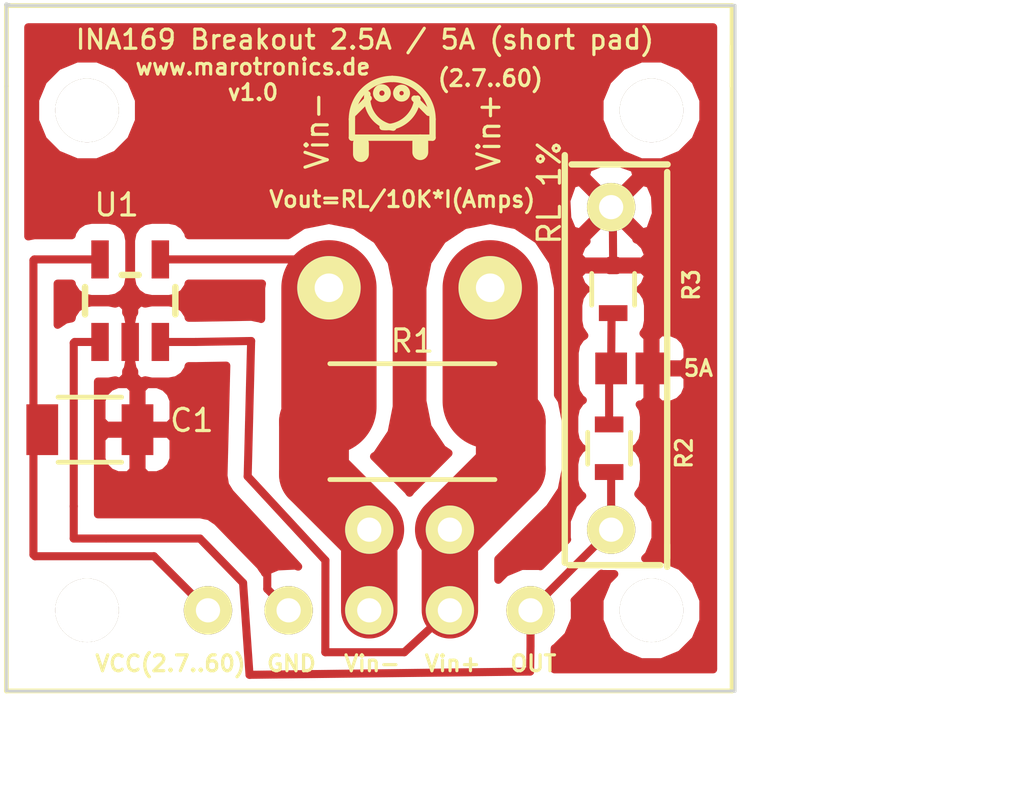
<source format=kicad_pcb>
(kicad_pcb (version 4) (host pcbnew "(2015-01-13 BZR 5369)-product")

  (general
    (links 19)
    (no_connects 0)
    (area 136.995699 93.465179 160.070001 115.218681)
    (thickness 1.6)
    (drawings 37)
    (tracks 57)
    (zones 0)
    (modules 6)
    (nets 7)
  )

  (page A4)
  (layers
    (0 F.Cu signal)
    (31 B.Cu signal)
    (32 B.Adhes user)
    (33 F.Adhes user)
    (34 B.Paste user)
    (35 F.Paste user)
    (36 B.SilkS user)
    (37 F.SilkS user)
    (38 B.Mask user)
    (39 F.Mask user)
    (40 Dwgs.User user)
    (41 Cmts.User user)
    (42 Eco1.User user)
    (43 Eco2.User user)
    (44 Edge.Cuts user)
    (45 Margin user)
    (46 B.CrtYd user)
    (47 F.CrtYd user)
    (48 B.Fab user)
    (49 F.Fab user)
  )

  (setup
    (last_trace_width 0.254)
    (user_trace_width 0.254)
    (user_trace_width 0.508)
    (user_trace_width 0.762)
    (user_trace_width 1.106)
    (user_trace_width 1.27)
    (user_trace_width 1.524)
    (user_trace_width 1.778)
    (trace_clearance 0.254)
    (zone_clearance 0.508)
    (zone_45_only no)
    (trace_min 0.254)
    (segment_width 0.2)
    (edge_width 0.1)
    (via_size 0.889)
    (via_drill 0.635)
    (via_min_size 0.889)
    (via_min_drill 0.508)
    (uvia_size 0.508)
    (uvia_drill 0.127)
    (uvias_allowed no)
    (uvia_min_size 0.508)
    (uvia_min_drill 0.127)
    (pcb_text_width 0.3)
    (pcb_text_size 1.5 1.5)
    (mod_edge_width 0.15)
    (mod_text_size 1 1)
    (mod_text_width 0.15)
    (pad_size 1 1)
    (pad_drill 0)
    (pad_to_mask_clearance 0)
    (aux_axis_origin 0 0)
    (visible_elements 7FFFFFFF)
    (pcbplotparams
      (layerselection 0x00030_80000001)
      (usegerberextensions false)
      (excludeedgelayer true)
      (linewidth 0.100000)
      (plotframeref false)
      (viasonmask false)
      (mode 1)
      (useauxorigin false)
      (hpglpennumber 1)
      (hpglpenspeed 20)
      (hpglpendiameter 15)
      (hpglpenoverlay 2)
      (psnegative false)
      (psa4output false)
      (plotreference true)
      (plotvalue true)
      (plotinvisibletext false)
      (padsonsilk false)
      (subtractmaskfromsilk false)
      (outputformat 1)
      (mirror false)
      (drillshape 0)
      (scaleselection 1)
      (outputdirectory ""))
  )

  (net 0 "")
  (net 1 "Net-(C1-Pad1)")
  (net 2 GND)
  (net 3 "Net-(J1-Pad3)")
  (net 4 "Net-(J1-Pad5)")
  (net 5 "Net-(J1-Pad4)")
  (net 6 "Net-(R2-Pad2)")

  (net_class Default "Dies ist die voreingestellte Netzklasse."
    (clearance 0.254)
    (trace_width 0.254)
    (via_dia 0.889)
    (via_drill 0.635)
    (uvia_dia 0.508)
    (uvia_drill 0.127)
    (add_net GND)
    (add_net "Net-(C1-Pad1)")
    (add_net "Net-(J1-Pad4)")
    (add_net "Net-(J1-Pad5)")
    (add_net "Net-(R2-Pad2)")
  )

  (net_class Load ""
    (clearance 0.254)
    (trace_width 3)
    (via_dia 0.889)
    (via_drill 0.635)
    (uvia_dia 0.508)
    (uvia_drill 0.127)
    (add_net "Net-(J1-Pad3)")
  )

  (module ina169_breakout:ina169_breakout_footprint (layer F.Cu) (tedit 55018CA4) (tstamp 54E61CA1)
    (at 148.5011 105.0036)
    (path /54E30C13)
    (fp_text reference J1 (at -6.000371 -8.000092) (layer F.SilkS) hide
      (effects (font (size 1.5 1.5) (thickness 0.15)))
    )
    (fp_text value "INA169 Breakout 2.5A / 5A (short pad)" (at -0.137145 -10.35925) (layer F.SilkS)
      (effects (font (size 0.6 0.6) (thickness 0.1)))
    )
    (fp_line (start 11.43 10.16) (end -11.43 10.16) (layer F.SilkS) (width 0.15))
    (fp_line (start -11.43 -8.89) (end -11.43 -11.43) (layer F.SilkS) (width 0.15))
    (fp_line (start -11.43 -11.43) (end 11.43 -11.43) (layer F.SilkS) (width 0.15))
    (fp_line (start 11.43 -11.43) (end 11.43 -8.89) (layer F.SilkS) (width 0.15))
    (fp_line (start 11.43 -8.89) (end 11.43 -10.16) (layer F.SilkS) (width 0.15))
    (fp_line (start 11.43 10.16) (end 11.43 -8.89) (layer F.SilkS) (width 0.15))
    (fp_line (start -11.43 -8.89) (end -11.43 10.16) (layer F.SilkS) (width 0.15))
    (pad 2 smd rect (at 8.89 0) (size 1 1) (layers F.Cu F.Paste F.Mask)
      (net 2 GND))
    (pad 5 thru_hole circle (at 7.62 5.08) (size 1.524 1.524) (drill 0.762) (layers *.Cu *.Mask F.SilkS)
      (net 4 "Net-(J1-Pad5)"))
    (pad 2 thru_hole circle (at 7.62 -5.08) (size 1.524 1.524) (drill 0.762) (layers *.Cu *.Mask F.SilkS)
      (net 2 GND))
    (pad 3 thru_hole circle (at -1.27 -2.54) (size 2 2) (drill 0.9) (layers *.Cu *.Mask F.SilkS)
      (net 3 "Net-(J1-Pad3)"))
    (pad 4 thru_hole circle (at 3.81 -2.54) (size 2 2) (drill 0.9) (layers *.Cu *.Mask F.SilkS)
      (net 5 "Net-(J1-Pad4)"))
    (pad 3 thru_hole circle (at 0 5.08) (size 1.524 1.524) (drill 0.762) (layers *.Cu *.Mask F.SilkS)
      (net 3 "Net-(J1-Pad3)"))
    (pad 4 thru_hole circle (at 2.54 5.08) (size 1.524 1.524) (drill 0.762) (layers *.Cu *.Mask F.SilkS)
      (net 5 "Net-(J1-Pad4)"))
    (pad 2 thru_hole circle (at -2.54 7.62) (size 1.524 1.524) (drill 0.762) (layers *.Cu *.Mask F.SilkS)
      (net 2 GND))
    (pad 1 thru_hole circle (at -5.08 7.62) (size 1.524 1.524) (drill 0.762) (layers *.Cu *.Mask F.SilkS)
      (net 1 "Net-(C1-Pad1)"))
    (pad 5 thru_hole circle (at 5.08 7.62) (size 1.524 1.524) (drill 0.762) (layers *.Cu *.Mask F.SilkS)
      (net 4 "Net-(J1-Pad5)"))
    (pad 4 thru_hole circle (at 2.54 7.62) (size 1.524 1.524) (drill 0.762) (layers *.Cu *.Mask F.SilkS)
      (net 5 "Net-(J1-Pad4)"))
    (pad 3 thru_hole circle (at 0 7.62) (size 1.524 1.524) (drill 0.762) (layers *.Cu *.Mask F.SilkS)
      (net 3 "Net-(J1-Pad3)"))
    (pad "" thru_hole circle (at -8.89 7.62) (size 2 2) (drill 2) (layers *.Cu *.Mask F.SilkS))
    (pad "" thru_hole circle (at 8.89 7.62) (size 2 2) (drill 2) (layers *.Cu *.Mask F.SilkS))
    (pad "" thru_hole circle (at -8.89 -8.128) (size 2 2) (drill 2) (layers *.Cu *.Mask F.SilkS))
    (pad "" thru_hole circle (at 8.89 -8.128) (size 2 2) (drill 2) (layers *.Cu *.Mask F.SilkS))
    (pad 6 smd rect (at 7.62 0) (size 1 1) (layers F.Cu F.Paste F.Mask))
  )

  (module Resistors_SMD:R_2512 (layer F.Cu) (tedit 54E70F7C) (tstamp 54E35950)
    (at 149.86 106.68 180)
    (descr "Resistor SMD 2512, reflow soldering, Vishay (see dcrcw.pdf)")
    (tags "resistor 2512")
    (path /54E30DE5)
    (attr smd)
    (fp_text reference R1 (at 0 2.54 180) (layer F.SilkS)
      (effects (font (size 0.7 0.7) (thickness 0.1)))
    )
    (fp_text value "0.1 1% 2W" (at 0 0 180) (layer F.SilkS) hide
      (effects (font (size 0.7 0.7) (thickness 0.1)))
    )
    (fp_line (start -3.9 -1.95) (end 3.9 -1.95) (layer F.CrtYd) (width 0.05))
    (fp_line (start -3.9 1.95) (end 3.9 1.95) (layer F.CrtYd) (width 0.05))
    (fp_line (start -3.9 -1.95) (end -3.9 1.95) (layer F.CrtYd) (width 0.05))
    (fp_line (start 3.9 -1.95) (end 3.9 1.95) (layer F.CrtYd) (width 0.05))
    (fp_line (start 2.6 1.825) (end -2.6 1.825) (layer F.SilkS) (width 0.15))
    (fp_line (start -2.6 -1.825) (end 2.6 -1.825) (layer F.SilkS) (width 0.15))
    (pad 1 smd rect (at -3.1 0 180) (size 1 3.2) (layers F.Cu F.Paste F.Mask)
      (net 5 "Net-(J1-Pad4)"))
    (pad 2 smd rect (at 3.1 0 180) (size 1 3.2) (layers F.Cu F.Paste F.Mask)
      (net 3 "Net-(J1-Pad3)"))
    (model Resistors_SMD/R_2512.wrl
      (at (xyz 0 0 0))
      (scale (xyz 1 1 1))
      (rotate (xyz 0 0 0))
    )
  )

  (module ina169_breakout:ina169_ic_sot23-5 (layer F.Cu) (tedit 54E70FAE) (tstamp 54E33BF8)
    (at 140.97 102.87)
    (descr "<b>Small Outline Transistor</b>")
    (path /54E31222)
    (fp_text reference U1 (at 0.337965 -3.427577) (layer F.SilkS)
      (effects (font (size 0.7 0.7) (thickness 0.1)) (justify right top))
    )
    (fp_text value INA169_IC (at 2.7051 -4.3434) (layer F.SilkS) hide
      (effects (font (size 0.5 0.5) (thickness 0.1)) (justify right top))
    )
    (fp_line (start 1.4224 -0.4294) (end 1.4224 0.4294) (layer F.SilkS) (width 0.2032))
    (fp_line (start 1.4 0.8) (end -1.4 0.8) (layer Dwgs.User) (width 0.1524))
    (fp_line (start -1.4224 0.4294) (end -1.4224 -0.4294) (layer F.SilkS) (width 0.2032))
    (fp_line (start -1.4 -0.8) (end 1.4 -0.8) (layer Dwgs.User) (width 0.1524))
    (fp_line (start -0.2684 -0.8104) (end 0.2684 -0.8104) (layer F.SilkS) (width 0.2032))
    (fp_line (start 1.4 -0.8) (end 1.4 0.8) (layer Dwgs.User) (width 0.1524))
    (fp_line (start -1.4 -0.8) (end -1.4 0.8) (layer Dwgs.User) (width 0.1524))
    (fp_poly (pts (xy -1.2 1.5) (xy -0.7 1.5) (xy -0.7 0.85) (xy -1.2 0.85)) (layer Dwgs.User) (width 0.15))
    (fp_poly (pts (xy -0.25 1.5) (xy 0.25 1.5) (xy 0.25 0.85) (xy -0.25 0.85)) (layer Dwgs.User) (width 0.15))
    (fp_poly (pts (xy 0.7 1.5) (xy 1.2 1.5) (xy 1.2 0.85) (xy 0.7 0.85)) (layer Dwgs.User) (width 0.15))
    (fp_poly (pts (xy 0.7 -0.85) (xy 1.2 -0.85) (xy 1.2 -1.5) (xy 0.7 -1.5)) (layer Dwgs.User) (width 0.15))
    (fp_poly (pts (xy -1.2 -0.85) (xy -0.7 -0.85) (xy -0.7 -1.5) (xy -1.2 -1.5)) (layer Dwgs.User) (width 0.15))
    (pad 1 smd rect (at -0.95 1.3001) (size 0.55 1.2) (layers F.Cu F.Paste F.Mask)
      (net 4 "Net-(J1-Pad5)"))
    (pad 2 smd rect (at 0 1.3001) (size 0.55 1.2) (layers F.Cu F.Paste F.Mask)
      (net 2 GND))
    (pad 3 smd rect (at 0.95 1.3001) (size 0.55 1.2) (layers F.Cu F.Paste F.Mask)
      (net 5 "Net-(J1-Pad4)"))
    (pad 4 smd rect (at 0.95 -1.3001) (size 0.55 1.2) (layers F.Cu F.Paste F.Mask)
      (net 3 "Net-(J1-Pad3)"))
    (pad 5 smd rect (at -0.95 -1.3001) (size 0.55 1.2) (layers F.Cu F.Paste F.Mask)
      (net 1 "Net-(C1-Pad1)"))
  )

  (module Capacitors_SMD:C_1206 (layer F.Cu) (tedit 54E70FA5) (tstamp 54E35945)
    (at 139.7 106.934)
    (descr "Capacitor SMD 1206, reflow soldering, AVX (see smccp.pdf)")
    (tags "capacitor 1206")
    (path /54E30F8E)
    (attr smd)
    (fp_text reference C1 (at 3.2131 -0.2921) (layer F.SilkS)
      (effects (font (size 0.7 0.7) (thickness 0.1)))
    )
    (fp_text value 0.1uF (at 3.937 0.8509) (layer F.SilkS) hide
      (effects (font (size 0.7 0.7) (thickness 0.1)))
    )
    (fp_line (start -2.3 -1.15) (end 2.3 -1.15) (layer F.CrtYd) (width 0.05))
    (fp_line (start -2.3 1.15) (end 2.3 1.15) (layer F.CrtYd) (width 0.05))
    (fp_line (start -2.3 -1.15) (end -2.3 1.15) (layer F.CrtYd) (width 0.05))
    (fp_line (start 2.3 -1.15) (end 2.3 1.15) (layer F.CrtYd) (width 0.05))
    (fp_line (start 1 -1.025) (end -1 -1.025) (layer F.SilkS) (width 0.15))
    (fp_line (start -1 1.025) (end 1 1.025) (layer F.SilkS) (width 0.15))
    (pad 1 smd rect (at -1.5 0) (size 1 1.6) (layers F.Cu F.Paste F.Mask)
      (net 1 "Net-(C1-Pad1)"))
    (pad 2 smd rect (at 1.5 0) (size 1 1.6) (layers F.Cu F.Paste F.Mask)
      (net 2 GND))
    (model Capacitors_SMD/C_1206.wrl
      (at (xyz 0 0 0))
      (scale (xyz 1 1 1))
      (rotate (xyz 0 0 0))
    )
  )

  (module Resistors_SMD:R_0603 (layer F.Cu) (tedit 55018250) (tstamp 54E3595B)
    (at 156.0576 107.5182 90)
    (descr "Resistor SMD 0603, reflow soldering, Vishay (see dcrcw.pdf)")
    (tags "resistor 0603")
    (path /54E30D69)
    (attr smd)
    (fp_text reference R2 (at -0.1524 2.3622 90) (layer F.SilkS)
      (effects (font (size 0.5 0.5) (thickness 0.1)))
    )
    (fp_text value "10K 1%" (at -2.4257 2.69748 90) (layer F.SilkS) hide
      (effects (font (size 0.5 0.5) (thickness 0.1)))
    )
    (fp_line (start -1.3 -0.8) (end 1.3 -0.8) (layer F.CrtYd) (width 0.05))
    (fp_line (start -1.3 0.8) (end 1.3 0.8) (layer F.CrtYd) (width 0.05))
    (fp_line (start -1.3 -0.8) (end -1.3 0.8) (layer F.CrtYd) (width 0.05))
    (fp_line (start 1.3 -0.8) (end 1.3 0.8) (layer F.CrtYd) (width 0.05))
    (fp_line (start 0.5 0.675) (end -0.5 0.675) (layer F.SilkS) (width 0.15))
    (fp_line (start -0.5 -0.675) (end 0.5 -0.675) (layer F.SilkS) (width 0.15))
    (pad 1 smd rect (at -0.75 0 90) (size 0.5 0.9) (layers F.Cu F.Paste F.Mask)
      (net 4 "Net-(J1-Pad5)"))
    (pad 2 smd rect (at 0.75 0 90) (size 0.5 0.9) (layers F.Cu F.Paste F.Mask)
      (net 6 "Net-(R2-Pad2)"))
    (model Resistors_SMD/R_0603.wrl
      (at (xyz 0 0 0))
      (scale (xyz 1 1 1))
      (rotate (xyz 0 0 0))
    )
  )

  (module Resistors_SMD:R_0603 (layer F.Cu) (tedit 5501824C) (tstamp 55017C33)
    (at 156.1846 102.51186 90)
    (descr "Resistor SMD 0603, reflow soldering, Vishay (see dcrcw.pdf)")
    (tags "resistor 0603")
    (path /550174AC)
    (attr smd)
    (fp_text reference R3 (at 0.13716 2.4638 90) (layer F.SilkS)
      (effects (font (size 0.5 0.5) (thickness 0.1)))
    )
    (fp_text value "10K 1%" (at 2.3495 2.27584 90) (layer F.SilkS) hide
      (effects (font (size 0.5 0.5) (thickness 0.1)))
    )
    (fp_line (start -1.3 -0.8) (end 1.3 -0.8) (layer F.CrtYd) (width 0.05))
    (fp_line (start -1.3 0.8) (end 1.3 0.8) (layer F.CrtYd) (width 0.05))
    (fp_line (start -1.3 -0.8) (end -1.3 0.8) (layer F.CrtYd) (width 0.05))
    (fp_line (start 1.3 -0.8) (end 1.3 0.8) (layer F.CrtYd) (width 0.05))
    (fp_line (start 0.5 0.675) (end -0.5 0.675) (layer F.SilkS) (width 0.15))
    (fp_line (start -0.5 -0.675) (end 0.5 -0.675) (layer F.SilkS) (width 0.15))
    (pad 1 smd rect (at -0.75 0 90) (size 0.5 0.9) (layers F.Cu F.Paste F.Mask)
      (net 6 "Net-(R2-Pad2)"))
    (pad 2 smd rect (at 0.75 0 90) (size 0.5 0.9) (layers F.Cu F.Paste F.Mask)
      (net 2 GND))
    (model Resistors_SMD.3dshapes/R_0603.wrl
      (at (xyz 0 0 0))
      (scale (xyz 1 1 1))
      (rotate (xyz 0 0 0))
    )
    (model Resistors_SMD/R_0603.wrl
      (at (xyz 0 0 0))
      (scale (xyz 1 1 1))
      (rotate (xyz 0 0 0))
    )
  )

  (gr_text 5A (at 158.86684 104.99852) (layer F.SilkS)
    (effects (font (size 0.5 0.5) (thickness 0.1)))
  )
  (gr_text "Vout=RL/10K*I(Amps)" (at 149.539954 99.677623) (layer F.SilkS)
    (effects (font (size 0.5 0.5) (thickness 0.1)))
  )
  (gr_text "RL 1%" (at 154.17292 99.4664 90) (layer F.SilkS)
    (effects (font (size 0.7 0.7) (thickness 0.1)))
  )
  (gr_line (start 154.6606 111.125) (end 154.6606 98.2853) (angle 90) (layer F.SilkS) (width 0.2))
  (gr_line (start 157.6705 111.2012) (end 154.8003 111.2012) (angle 90) (layer F.SilkS) (width 0.2))
  (gr_line (start 157.8864 110.5662) (end 157.8864 111.252) (angle 90) (layer F.SilkS) (width 0.2))
  (gr_line (start 157.8864 98.8187) (end 157.8864 110.9726) (angle 90) (layer F.SilkS) (width 0.2))
  (gr_line (start 154.8765 98.5774) (end 157.8991 98.5774) (angle 90) (layer F.SilkS) (width 0.2))
  (gr_line (start 148.48332 96.4946) (end 148.01596 96.96196) (angle 90) (layer F.SilkS) (width 0.2))
  (gr_line (start 149.92604 96.50476) (end 150.37308 96.9518) (angle 90) (layer F.SilkS) (width 0.2) (tstamp 54E39316))
  (gr_circle (center 148.89988 96.33204) (end 149.06244 96.41332) (layer F.SilkS) (width 0.2))
  (gr_circle (center 149.51964 96.33204) (end 149.60932 96.47428) (layer F.SilkS) (width 0.2) (tstamp 54E3939A))
  (gr_arc (start 149.3774 96.48444) (end 149.25548 97.41916) (angle 90) (layer F.SilkS) (width 0.2))
  (gr_arc (start 149.0218 96.40316) (end 150.01748 96.50476) (angle 90) (layer F.SilkS) (width 0.2))
  (gr_line (start 150.495 97.73412) (end 150.495 97.155) (angle 90) (layer F.SilkS) (width 0.2))
  (gr_line (start 147.955 97.73412) (end 150.495 97.73412) (angle 90) (layer F.SilkS) (width 0.2))
  (gr_line (start 147.955 97.155) (end 147.955 97.73412) (angle 90) (layer F.SilkS) (width 0.2))
  (gr_arc (start 149.225 97.155) (end 147.955 97.155) (angle 90) (layer F.SilkS) (width 0.2))
  (gr_arc (start 149.225 97.155) (end 149.225 95.885) (angle 90) (layer F.SilkS) (width 0.2))
  (gr_text Vin+ (at 152.26827 97.560826 90) (layer F.SilkS)
    (effects (font (size 0.7 0.7) (thickness 0.1)))
  )
  (gr_line (start 150.10892 98.19132) (end 150.10892 97.8822) (angle 90) (layer F.SilkS) (width 0.5) (tstamp 54E39370))
  (gr_line (start 148.23948 98.25228) (end 148.23948 97.92284) (angle 90) (layer F.SilkS) (width 0.5))
  (gr_text Vin- (at 146.858678 97.513786 90) (layer F.SilkS)
    (effects (font (size 0.7 0.7) (thickness 0.1)))
  )
  (gr_line (start 137.07364 93.51518) (end 137.07364 115.16868) (angle 90) (layer Edge.Cuts) (width 0.1))
  (gr_line (start 160.02 93.57106) (end 160.02 115.16868) (angle 90) (layer Edge.Cuts) (width 0.1))
  (gr_line (start 137.16 93.54312) (end 137.0457 93.54312) (angle 90) (layer Edge.Cuts) (width 0.1))
  (gr_line (start 160.02 115.16868) (end 137.16 115.16868) (angle 90) (layer Edge.Cuts) (width 0.1))
  (gr_line (start 137.07364 93.57106) (end 160.02 93.57106) (angle 90) (layer Edge.Cuts) (width 0.1))
  (dimension 22.931388 (width 0.3) (layer B.Fab)
    (gr_text "22,931 mm" (at 148.484532 119.46) (layer B.Fab)
      (effects (font (size 1.5 1.5) (thickness 0.3)))
    )
    (feature1 (pts (xy 159.950226 115.112529) (xy 159.950226 120.81)))
    (feature2 (pts (xy 137.018838 115.112529) (xy 137.018838 120.81)))
    (crossbar (pts (xy 137.018838 118.11) (xy 159.950226 118.11)))
    (arrow1a (pts (xy 159.950226 118.11) (xy 158.823722 118.696421)))
    (arrow1b (pts (xy 159.950226 118.11) (xy 158.823722 117.523579)))
    (arrow2a (pts (xy 137.018838 118.11) (xy 138.145342 118.696421)))
    (arrow2b (pts (xy 137.018838 118.11) (xy 138.145342 117.523579)))
  )
  (dimension 21.564616 (width 0.3) (layer B.Fab) (tstamp 54E3B59A)
    (gr_text "21,565 mm" (at 162.56 104.14 270) (layer B.Fab) (tstamp 54E3B59B)
      (effects (font (size 1.5 1.5) (thickness 0.3)))
    )
    (feature1 (pts (xy 159.988192 115.112529) (xy 167.799999 115.112529)))
    (feature2 (pts (xy 159.988192 93.547913) (xy 167.799999 93.547913)))
    (crossbar (pts (xy 165.099999 93.547913) (xy 165.099999 115.112529)))
    (arrow1a (pts (xy 165.099999 115.112529) (xy 164.513578 113.986025)))
    (arrow1b (pts (xy 165.099999 115.112529) (xy 165.68642 113.986025)))
    (arrow2a (pts (xy 165.099999 93.547913) (xy 164.513578 94.674417)))
    (arrow2b (pts (xy 165.099999 93.547913) (xy 165.68642 94.674417)))
  )
  (gr_text "www.marotronics.de\nv1.0" (at 144.837588 95.906615) (layer F.SilkS)
    (effects (font (size 0.5 0.5) (thickness 0.1)))
  )
  (gr_text "(2.7..60)" (at 152.31531 95.867388) (layer F.SilkS)
    (effects (font (size 0.5 0.5) (thickness 0.1)))
  )
  (gr_text Vin+ (at 151.13 114.3) (layer F.SilkS)
    (effects (font (size 0.5 0.5) (thickness 0.1)))
  )
  (gr_text Vin- (at 148.59 114.3) (layer F.SilkS)
    (effects (font (size 0.5 0.5) (thickness 0.1)))
  )
  (gr_text OUT (at 153.67 114.3) (layer F.SilkS)
    (effects (font (size 0.5 0.5) (thickness 0.1)))
  )
  (gr_text GND (at 146.05 114.3) (layer F.SilkS)
    (effects (font (size 0.5 0.5) (thickness 0.1)))
  )
  (gr_text "VCC(2.7..60)" (at 142.24 114.3) (layer F.SilkS)
    (effects (font (size 0.5 0.5) (thickness 0.1)))
  )

  (segment (start 140.02 101.5699) (end 137.9521 101.5699) (width 0.254) (layer F.Cu) (net 1))
  (segment (start 137.922 101.6) (end 137.922 106.172) (width 0.254) (layer F.Cu) (net 1) (tstamp 54E70917))
  (segment (start 137.9521 101.5699) (end 137.922 101.6) (width 0.254) (layer F.Cu) (net 1) (tstamp 54E70911))
  (segment (start 137.922 106.172) (end 138.2 106.934) (width 0.254) (layer F.Cu) (net 1) (tstamp 54E7091E))
  (segment (start 141.7179 110.9204) (end 137.9714 110.9204) (width 0.254) (layer F.Cu) (net 1))
  (segment (start 143.4211 112.6236) (end 141.7179 110.9204) (width 0.254) (layer F.Cu) (net 1) (tstamp 54E64050))
  (segment (start 137.922 110.871) (end 137.922 107.696) (width 0.254) (layer F.Cu) (net 1) (tstamp 54E70903))
  (segment (start 137.9714 110.9204) (end 137.922 110.871) (width 0.254) (layer F.Cu) (net 1) (tstamp 54E70900))
  (segment (start 137.922 107.696) (end 138.2 106.934) (width 0.254) (layer F.Cu) (net 1) (tstamp 54E70908))
  (segment (start 140.015572 101.574328) (end 140.02 101.5699) (width 0.254) (layer F.Cu) (net 1) (tstamp 54E70884))
  (segment (start 145.288 110.744) (end 145.288 110.363) (width 0.254) (layer F.Cu) (net 2))
  (segment (start 143.891 108.966) (end 143.891 106.565) (width 0.254) (layer F.Cu) (net 2) (tstamp 54E70484))
  (segment (start 145.288 110.363) (end 143.891 108.966) (width 0.254) (layer F.Cu) (net 2) (tstamp 54E70483))
  (segment (start 142.621 106.565) (end 143.891 106.565) (width 0.254) (layer F.Cu) (net 2) (status 10))
  (segment (start 145.288 111.9505) (end 145.9611 112.6236) (width 0.254) (layer F.Cu) (net 2) (tstamp 54E703C5))
  (segment (start 145.288 110.744) (end 145.288 111.9505) (width 0.254) (layer F.Cu) (net 2) (tstamp 54E70481))
  (segment (start 156.1719 99.9744) (end 156.1211 99.9236) (width 0.254) (layer F.Cu) (net 2) (tstamp 5501782D))
  (segment (start 156.1846 101.76186) (end 156.1719 99.9744) (width 0.254) (layer F.Cu) (net 2) (status 10))
  (segment (start 148.5011 112.6236) (end 148.5011 110.0836) (width 1.778) (layer F.Cu) (net 3))
  (segment (start 147.2311 106.2089) (end 146.76 106.68) (width 2.2) (layer F.Cu) (net 3) (tstamp 54E848EC))
  (segment (start 147.2311 102.4636) (end 147.2311 106.2089) (width 3) (layer F.Cu) (net 3))
  (segment (start 146.76 108.3425) (end 148.5011 110.0836) (width 2.2) (layer F.Cu) (net 3) (tstamp 54E84918))
  (segment (start 146.76 106.68) (end 146.76 108.3425) (width 2.2) (layer F.Cu) (net 3))
  (segment (start 146.3374 101.5699) (end 147.2311 102.4636) (width 0.254) (layer F.Cu) (net 3) (tstamp 54E8494E))
  (segment (start 141.92 101.5699) (end 146.3374 101.5699) (width 0.254) (layer F.Cu) (net 3))
  (segment (start 140.02 104.1701) (end 139.2221 104.1701) (width 0.254) (layer F.Cu) (net 4))
  (segment (start 139.192 110.363) (end 140.213 110.363) (width 0.254) (layer F.Cu) (net 4) (tstamp 54E70846))
  (segment (start 139.192 104.2002) (end 139.192 109.347) (width 0.254) (layer F.Cu) (net 4) (tstamp 54E7083D))
  (segment (start 139.192 109.347) (end 139.192 110.363) (width 0.254) (layer F.Cu) (net 4) (tstamp 54E7086A))
  (segment (start 139.2221 104.1701) (end 139.192 104.2002) (width 0.254) (layer F.Cu) (net 4) (tstamp 54E7083A))
  (segment (start 140.213 110.363) (end 143.167295 110.363) (width 0.254) (layer F.Cu) (net 4) (tstamp 54E707E7))
  (segment (start 153.5811 113.7539) (end 153.5811 112.6236) (width 0.254) (layer F.Cu) (net 4) (tstamp 54E701E4))
  (segment (start 143.167295 110.363) (end 144.526 111.76) (width 0.254) (layer F.Cu) (net 4) (tstamp 54E707ED))
  (segment (start 144.526 111.76) (end 144.7292 114.6556) (width 0.254) (layer F.Cu) (net 4) (tstamp 54E701D7))
  (segment (start 144.7292 114.6556) (end 153.5684 114.554) (width 0.254) (layer F.Cu) (net 4) (tstamp 54E701DB))
  (segment (start 153.5684 114.554) (end 153.5811 113.7539) (width 0.254) (layer F.Cu) (net 4) (tstamp 54E701DE))
  (segment (start 153.5811 112.6236) (end 156.1211 110.0836) (width 0.254) (layer F.Cu) (net 4))
  (segment (start 156.1211 108.3317) (end 156.0576 108.2682) (width 0.254) (layer F.Cu) (net 4) (tstamp 5501851A))
  (segment (start 156.1211 110.0836) (end 156.1211 108.3317) (width 0.254) (layer F.Cu) (net 4))
  (segment (start 143.0321 104.1701) (end 144.78 104.14) (width 0.254) (layer F.Cu) (net 5) (tstamp 54E7048B))
  (segment (start 144.78 104.14) (end 144.67125 108.405355) (width 0.254) (layer F.Cu) (net 5) (tstamp 54E70491))
  (segment (start 144.67125 108.405355) (end 147.120098 111.052098) (width 0.254) (layer F.Cu) (net 5) (tstamp 54E70493))
  (segment (start 147.120098 111.052098) (end 147.1168 113.9444) (width 0.254) (layer F.Cu) (net 5) (tstamp 54E70495))
  (segment (start 141.92 104.1701) (end 143.0321 104.1701) (width 0.254) (layer F.Cu) (net 5))
  (segment (start 149.606 113.9444) (end 151.0411 112.6236) (width 0.254) (layer F.Cu) (net 5) (tstamp 54E704F3))
  (segment (start 147.1168 113.9444) (end 149.606 113.9444) (width 0.254) (layer F.Cu) (net 5) (tstamp 54E704EF))
  (segment (start 151.13 109.9947) (end 151.0411 110.0836) (width 0.254) (layer F.Cu) (net 5) (tstamp 54E61D15))
  (segment (start 151.0411 112.6236) (end 151.0411 110.0836) (width 1.778) (layer F.Cu) (net 5))
  (segment (start 152.3111 106.0311) (end 152.96 106.68) (width 0.254) (layer F.Cu) (net 5) (tstamp 54E848F0))
  (segment (start 152.3111 106.0311) (end 152.96 106.68) (width 2.2) (layer F.Cu) (net 5) (tstamp 54E848FE))
  (segment (start 152.3111 102.4636) (end 152.3111 106.0311) (width 3) (layer F.Cu) (net 5))
  (segment (start 152.96 108.1647) (end 151.0411 110.0836) (width 2.2) (layer F.Cu) (net 5) (tstamp 54E8491B))
  (segment (start 152.96 106.68) (end 152.96 108.1647) (width 2.2) (layer F.Cu) (net 5))
  (segment (start 156.1338 103.31266) (end 156.1846 103.26186) (width 0.254) (layer F.Cu) (net 6) (tstamp 55017A74) (status 30))
  (segment (start 156.1211 105.0036) (end 156.1338 103.31266) (width 0.254) (layer F.Cu) (net 6) (status 20))
  (segment (start 156.0576 105.0671) (end 156.1211 105.0036) (width 0.254) (layer F.Cu) (net 6) (tstamp 55017A7D))
  (segment (start 156.0576 106.7682) (end 156.0576 105.0671) (width 0.254) (layer F.Cu) (net 6))

  (zone (net 2) (net_name GND) (layer F.Cu) (tstamp 54E362A9) (hatch edge 0.508)
    (connect_pads (clearance 0.508))
    (min_thickness 0.254)
    (fill yes (arc_segments 16) (thermal_gap 0.508) (thermal_bridge_width 0.508))
    (polygon
      (pts
        (xy 137.322565 94.003503) (xy 159.646499 94.041469) (xy 159.646499 114.770836) (xy 137.360531 114.808802)
      )
    )
    (filled_polygon
      (pts
        (xy 146.154847 112.637742) (xy 145.975242 112.817347) (xy 145.9611 112.803205) (xy 145.946957 112.817347) (xy 145.767352 112.637742)
        (xy 145.781495 112.6236) (xy 145.767352 112.609457) (xy 145.946957 112.429852) (xy 145.9611 112.443995) (xy 145.975242 112.429852)
        (xy 146.154847 112.609457) (xy 146.140705 112.6236) (xy 146.154847 112.637742)
      )
    )
    (filled_polygon
      (pts
        (xy 159.335 114.48368) (xy 154.331612 114.48368) (xy 154.342135 113.820703) (xy 154.371403 113.80861) (xy 154.764729 113.41597)
        (xy 154.977857 112.9027) (xy 154.978342 112.346939) (xy 154.965784 112.316546) (xy 155.813717 111.468613) (xy 155.842 111.480357)
        (xy 156.221747 111.480688) (xy 156.005822 111.696237) (xy 155.756384 112.296952) (xy 155.755816 112.947395) (xy 156.004206 113.548543)
        (xy 156.463737 114.008878) (xy 157.064452 114.258316) (xy 157.714895 114.258884) (xy 158.316043 114.010494) (xy 158.776378 113.550963)
        (xy 159.025816 112.950248) (xy 159.026384 112.299805) (xy 159.026384 96.551805) (xy 158.777994 95.950657) (xy 158.318463 95.490322)
        (xy 157.717748 95.240884) (xy 157.067305 95.240316) (xy 156.466157 95.488706) (xy 156.005822 95.948237) (xy 155.756384 96.548952)
        (xy 155.755816 97.199395) (xy 156.004206 97.800543) (xy 156.463737 98.260878) (xy 157.064452 98.510316) (xy 157.714895 98.510884)
        (xy 158.316043 98.262494) (xy 158.776378 97.802963) (xy 159.025816 97.202248) (xy 159.026384 96.551805) (xy 159.026384 112.299805)
        (xy 158.777994 111.698657) (xy 158.5261 111.446322) (xy 158.5261 105.62991) (xy 158.5261 105.377291) (xy 158.5261 105.28935)
        (xy 158.5261 104.71785) (xy 158.5261 104.629909) (xy 158.5261 104.37729) (xy 158.429427 104.143901) (xy 158.250798 103.965273)
        (xy 158.017409 103.8686) (xy 157.67685 103.8686) (xy 157.530244 104.015206) (xy 157.530244 100.131298) (xy 157.502462 99.576232)
        (xy 157.343497 99.192457) (xy 157.101313 99.122992) (xy 156.921708 99.302597) (xy 156.921708 98.943387) (xy 156.852243 98.701203)
        (xy 156.328798 98.514456) (xy 155.773732 98.542238) (xy 155.389957 98.701203) (xy 155.320492 98.943387) (xy 156.1211 99.743995)
        (xy 156.921708 98.943387) (xy 156.921708 99.302597) (xy 156.300705 99.9236) (xy 157.101313 100.724208) (xy 157.343497 100.654743)
        (xy 157.530244 100.131298) (xy 157.530244 104.015206) (xy 157.5181 104.02735) (xy 157.5181 104.8766) (xy 158.36735 104.8766)
        (xy 158.5261 104.71785) (xy 158.5261 105.28935) (xy 158.36735 105.1306) (xy 157.5181 105.1306) (xy 157.5181 105.97985)
        (xy 157.67685 106.1386) (xy 158.017409 106.1386) (xy 158.250798 106.041927) (xy 158.429427 105.863299) (xy 158.5261 105.62991)
        (xy 158.5261 111.446322) (xy 158.318463 111.238322) (xy 157.717748 110.988884) (xy 157.192077 110.988424) (xy 157.304729 110.87597)
        (xy 157.517857 110.3627) (xy 157.518342 109.806939) (xy 157.30611 109.293297) (xy 156.974511 108.961118) (xy 157.104977 108.76784)
        (xy 157.15504 108.5182) (xy 157.15504 108.0182) (xy 157.108063 107.776077) (xy 156.968273 107.563273) (xy 156.902071 107.518586)
        (xy 156.962527 107.478873) (xy 157.104977 107.26784) (xy 157.15504 107.0182) (xy 157.15504 106.5182) (xy 157.108063 106.276077)
        (xy 157.017754 106.1386) (xy 157.10535 106.1386) (xy 157.2641 105.97985) (xy 157.2641 105.52574) (xy 157.26854 105.5036)
        (xy 157.26854 104.5036) (xy 157.2641 104.480715) (xy 157.2641 104.02735) (xy 157.137787 103.901037) (xy 157.231977 103.7615)
        (xy 157.28204 103.51186) (xy 157.28204 103.01186) (xy 157.235063 102.769737) (xy 157.095273 102.556933) (xy 157.030962 102.513522)
        (xy 157.172927 102.371558) (xy 157.2696 102.138169) (xy 157.2696 102.04561) (xy 157.2696 101.47811) (xy 157.2696 101.385551)
        (xy 157.172927 101.152162) (xy 156.994299 100.973533) (xy 156.911542 100.939254) (xy 156.921708 100.903813) (xy 156.1211 100.103205)
        (xy 155.941495 100.28281) (xy 155.941495 99.9236) (xy 155.140887 99.122992) (xy 154.898703 99.192457) (xy 154.711956 99.715902)
        (xy 154.739738 100.270968) (xy 154.898703 100.654743) (xy 155.140887 100.724208) (xy 155.941495 99.9236) (xy 155.941495 100.28281)
        (xy 155.320492 100.903813) (xy 155.348159 101.000274) (xy 155.196273 101.152162) (xy 155.0996 101.385551) (xy 155.0996 101.47811)
        (xy 155.25835 101.63686) (xy 156.0576 101.63686) (xy 156.0576 101.61486) (xy 156.3116 101.61486) (xy 156.3116 101.63686)
        (xy 157.11085 101.63686) (xy 157.2696 101.47811) (xy 157.2696 102.04561) (xy 157.11085 101.88686) (xy 156.3116 101.88686)
        (xy 156.3116 101.90886) (xy 156.0576 101.90886) (xy 156.0576 101.88686) (xy 155.25835 101.88686) (xy 155.0996 102.04561)
        (xy 155.0996 102.138169) (xy 155.196273 102.371558) (xy 155.33775 102.513036) (xy 155.279673 102.551187) (xy 155.137223 102.76222)
        (xy 155.08716 103.01186) (xy 155.08716 103.51186) (xy 155.134137 103.753983) (xy 155.273927 103.966787) (xy 155.277948 103.969501)
        (xy 155.166173 104.042927) (xy 155.023723 104.25396) (xy 154.97366 104.5036) (xy 154.97366 105.5036) (xy 155.020637 105.745723)
        (xy 155.160427 105.958527) (xy 155.230932 106.006118) (xy 155.152673 106.057527) (xy 155.010223 106.26856) (xy 154.96016 106.5182)
        (xy 154.96016 107.0182) (xy 155.007137 107.260323) (xy 155.146927 107.473127) (xy 155.213128 107.517813) (xy 155.152673 107.557527)
        (xy 155.010223 107.76856) (xy 154.96016 108.0182) (xy 154.96016 108.5182) (xy 155.007137 108.760323) (xy 155.146927 108.973127)
        (xy 155.212076 109.017103) (xy 154.937471 109.29123) (xy 154.724343 109.8045) (xy 154.723858 110.360261) (xy 154.736415 110.390653)
        (xy 153.888482 111.238586) (xy 153.8602 111.226843) (xy 153.304439 111.226358) (xy 152.790797 111.43859) (xy 152.5651 111.663893)
        (xy 152.5651 111.01326) (xy 154.18683 109.391531) (xy 154.18683 109.39153) (xy 154.562931 108.828656) (xy 154.694999 108.1647)
        (xy 154.695 108.1647) (xy 154.695 106.68) (xy 154.562931 106.016044) (xy 154.4461 105.841194) (xy 154.4461 102.4636)
        (xy 154.283583 101.646571) (xy 153.820773 100.953927) (xy 153.128129 100.491117) (xy 152.3111 100.3286) (xy 151.494071 100.491117)
        (xy 150.801427 100.953927) (xy 150.338617 101.646571) (xy 150.1761 102.4636) (xy 150.1761 106.0311) (xy 150.338617 106.848129)
        (xy 150.801427 107.540773) (xy 150.998551 107.672487) (xy 149.81427 108.85677) (xy 149.7711 108.921378) (xy 149.72793 108.85677)
        (xy 148.650231 107.779071) (xy 148.740773 107.718573) (xy 149.203583 107.025929) (xy 149.3661 106.2089) (xy 149.3661 102.4636)
        (xy 149.203583 101.646571) (xy 148.740773 100.953927) (xy 148.048129 100.491117) (xy 147.2311 100.3286) (xy 146.414071 100.491117)
        (xy 145.939971 100.8079) (xy 142.811008 100.8079) (xy 142.795463 100.727777) (xy 142.655673 100.514973) (xy 142.44464 100.372523)
        (xy 142.195 100.32246) (xy 141.645 100.32246) (xy 141.402877 100.369437) (xy 141.246384 100.472236) (xy 141.246384 96.551805)
        (xy 140.997994 95.950657) (xy 140.538463 95.490322) (xy 139.937748 95.240884) (xy 139.287305 95.240316) (xy 138.686157 95.488706)
        (xy 138.225822 95.948237) (xy 137.976384 96.548952) (xy 137.975816 97.199395) (xy 138.224206 97.800543) (xy 138.683737 98.260878)
        (xy 139.284452 98.510316) (xy 139.934895 98.510884) (xy 140.536043 98.262494) (xy 140.996378 97.802963) (xy 141.245816 97.202248)
        (xy 141.246384 96.551805) (xy 141.246384 100.472236) (xy 141.190073 100.509227) (xy 141.047623 100.72026) (xy 140.99756 100.9699)
        (xy 140.99756 102.1699) (xy 141.044537 102.412023) (xy 141.184327 102.624827) (xy 141.39536 102.767277) (xy 141.645 102.81734)
        (xy 142.195 102.81734) (xy 142.437123 102.770363) (xy 142.649927 102.630573) (xy 142.792377 102.41954) (xy 142.809952 102.3319)
        (xy 145.122296 102.3319) (xy 145.0961 102.4636) (xy 145.0961 103.448355) (xy 145.089454 103.443665) (xy 145.073335 103.440029)
        (xy 145.05944 103.431087) (xy 144.928858 103.407442) (xy 144.799422 103.378248) (xy 144.78314 103.381057) (xy 144.76688 103.378113)
        (xy 143.025541 103.4081) (xy 142.811008 103.4081) (xy 142.795463 103.327977) (xy 142.655673 103.115173) (xy 142.44464 102.972723)
        (xy 142.195 102.92266) (xy 141.645 102.92266) (xy 141.438161 102.962791) (xy 141.371309 102.9351) (xy 141.25575 102.9351)
        (xy 141.097 103.09385) (xy 141.097 103.24731) (xy 141.047623 103.32046) (xy 140.99756 103.5701) (xy 140.99756 104.7701)
        (xy 141.044537 105.012223) (xy 141.097 105.092088) (xy 141.097 105.24635) (xy 141.25575 105.4051) (xy 141.371309 105.4051)
        (xy 141.440354 105.3765) (xy 141.645 105.41754) (xy 142.195 105.41754) (xy 142.437123 105.370563) (xy 142.649927 105.230773)
        (xy 142.792377 105.01974) (xy 142.809952 104.9321) (xy 143.0321 104.9321) (xy 143.038649 104.930797) (xy 143.04522 104.931987)
        (xy 143.997978 104.915579) (xy 143.909498 108.385933) (xy 143.933932 108.527552) (xy 143.956468 108.66942) (xy 143.95917 108.673825)
        (xy 143.96005 108.678922) (xy 144.036805 108.800385) (xy 144.111931 108.922855) (xy 146.263426 111.248216) (xy 146.168798 111.214456)
        (xy 145.613732 111.242238) (xy 145.229957 111.401203) (xy 145.216026 111.449769) (xy 145.207856 111.419828) (xy 145.136036 111.32712)
        (xy 145.07225 111.228724) (xy 143.713545 109.831724) (xy 143.709104 109.828667) (xy 143.70611 109.824185) (xy 143.58682 109.744477)
        (xy 143.468654 109.663124) (xy 143.463382 109.661999) (xy 143.4589 109.659004) (xy 143.318169 109.63101) (xy 143.177883 109.601074)
        (xy 143.172583 109.602051) (xy 143.167295 109.601) (xy 142.335 109.601) (xy 142.335 107.86031) (xy 142.335 107.607691)
        (xy 142.335 107.21975) (xy 142.335 106.64825) (xy 142.335 106.260309) (xy 142.335 106.00769) (xy 142.238327 105.774301)
        (xy 142.059698 105.595673) (xy 141.826309 105.499) (xy 141.48575 105.499) (xy 141.327 105.65775) (xy 141.327 106.807)
        (xy 142.17625 106.807) (xy 142.335 106.64825) (xy 142.335 107.21975) (xy 142.17625 107.061) (xy 141.327 107.061)
        (xy 141.327 108.21025) (xy 141.48575 108.369) (xy 141.826309 108.369) (xy 142.059698 108.272327) (xy 142.238327 108.093699)
        (xy 142.335 107.86031) (xy 142.335 109.601) (xy 141.073 109.601) (xy 141.073 108.21025) (xy 141.073 107.061)
        (xy 141.073 106.807) (xy 141.073 105.65775) (xy 140.91425 105.499) (xy 140.573691 105.499) (xy 140.340302 105.595673)
        (xy 140.161673 105.774301) (xy 140.065 106.00769) (xy 140.065 106.260309) (xy 140.065 106.64825) (xy 140.22375 106.807)
        (xy 141.073 106.807) (xy 141.073 107.061) (xy 140.22375 107.061) (xy 140.065 107.21975) (xy 140.065 107.607691)
        (xy 140.065 107.86031) (xy 140.161673 108.093699) (xy 140.340302 108.272327) (xy 140.573691 108.369) (xy 140.91425 108.369)
        (xy 141.073 108.21025) (xy 141.073 109.601) (xy 140.213 109.601) (xy 139.954 109.601) (xy 139.954 109.347)
        (xy 139.954 105.41754) (xy 140.295 105.41754) (xy 140.501838 105.377408) (xy 140.568691 105.4051) (xy 140.68425 105.4051)
        (xy 140.843 105.24635) (xy 140.843 105.092889) (xy 140.892377 105.01974) (xy 140.94244 104.7701) (xy 140.94244 103.5701)
        (xy 140.895463 103.327977) (xy 140.843 103.248111) (xy 140.843 103.09385) (xy 140.68425 102.9351) (xy 140.568691 102.9351)
        (xy 140.499645 102.963699) (xy 140.295 102.92266) (xy 139.745 102.92266) (xy 139.502877 102.969637) (xy 139.290073 103.109427)
        (xy 139.147623 103.32046) (xy 139.126223 103.427171) (xy 138.930495 103.466104) (xy 138.684 103.630807) (xy 138.684 102.3319)
        (xy 139.128991 102.3319) (xy 139.144537 102.412023) (xy 139.284327 102.624827) (xy 139.49536 102.767277) (xy 139.745 102.81734)
        (xy 140.295 102.81734) (xy 140.537123 102.770363) (xy 140.749927 102.630573) (xy 140.892377 102.41954) (xy 140.94244 102.1699)
        (xy 140.94244 100.9699) (xy 140.895463 100.727777) (xy 140.755673 100.514973) (xy 140.54464 100.372523) (xy 140.295 100.32246)
        (xy 139.745 100.32246) (xy 139.502877 100.369437) (xy 139.290073 100.509227) (xy 139.147623 100.72026) (xy 139.130047 100.8079)
        (xy 137.9521 100.8079) (xy 137.75864 100.846381) (xy 137.75864 94.25606) (xy 159.335 94.25606) (xy 159.335 114.48368)
      )
    )
  )
)

</source>
